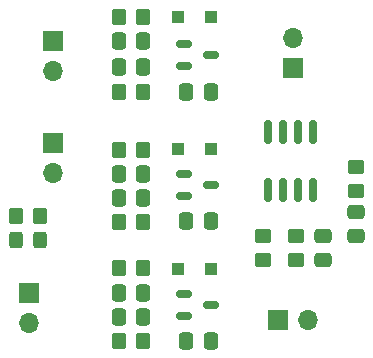
<source format=gbr>
%TF.GenerationSoftware,KiCad,Pcbnew,7.0.8-7.0.8~ubuntu22.04.1*%
%TF.CreationDate,2023-10-15T23:00:33+01:00*%
%TF.ProjectId,jfet-555-bypass,6a666574-2d35-4353-952d-627970617373,rev?*%
%TF.SameCoordinates,Original*%
%TF.FileFunction,Soldermask,Top*%
%TF.FilePolarity,Negative*%
%FSLAX46Y46*%
G04 Gerber Fmt 4.6, Leading zero omitted, Abs format (unit mm)*
G04 Created by KiCad (PCBNEW 7.0.8-7.0.8~ubuntu22.04.1) date 2023-10-15 23:00:33*
%MOMM*%
%LPD*%
G01*
G04 APERTURE LIST*
G04 Aperture macros list*
%AMRoundRect*
0 Rectangle with rounded corners*
0 $1 Rounding radius*
0 $2 $3 $4 $5 $6 $7 $8 $9 X,Y pos of 4 corners*
0 Add a 4 corners polygon primitive as box body*
4,1,4,$2,$3,$4,$5,$6,$7,$8,$9,$2,$3,0*
0 Add four circle primitives for the rounded corners*
1,1,$1+$1,$2,$3*
1,1,$1+$1,$4,$5*
1,1,$1+$1,$6,$7*
1,1,$1+$1,$8,$9*
0 Add four rect primitives between the rounded corners*
20,1,$1+$1,$2,$3,$4,$5,0*
20,1,$1+$1,$4,$5,$6,$7,0*
20,1,$1+$1,$6,$7,$8,$9,0*
20,1,$1+$1,$8,$9,$2,$3,0*%
G04 Aperture macros list end*
%ADD10R,1.700000X1.700000*%
%ADD11O,1.700000X1.700000*%
%ADD12RoundRect,0.150000X0.150000X-0.825000X0.150000X0.825000X-0.150000X0.825000X-0.150000X-0.825000X0*%
%ADD13RoundRect,0.250000X-0.337500X-0.475000X0.337500X-0.475000X0.337500X0.475000X-0.337500X0.475000X0*%
%ADD14RoundRect,0.250000X0.337500X0.475000X-0.337500X0.475000X-0.337500X-0.475000X0.337500X-0.475000X0*%
%ADD15RoundRect,0.250000X-0.475000X0.337500X-0.475000X-0.337500X0.475000X-0.337500X0.475000X0.337500X0*%
%ADD16RoundRect,0.250000X-0.450000X0.350000X-0.450000X-0.350000X0.450000X-0.350000X0.450000X0.350000X0*%
%ADD17RoundRect,0.150000X-0.512500X-0.150000X0.512500X-0.150000X0.512500X0.150000X-0.512500X0.150000X0*%
%ADD18RoundRect,0.250000X-0.300000X-0.300000X0.300000X-0.300000X0.300000X0.300000X-0.300000X0.300000X0*%
%ADD19RoundRect,0.250000X-0.350000X-0.450000X0.350000X-0.450000X0.350000X0.450000X-0.350000X0.450000X0*%
%ADD20RoundRect,0.250000X0.450000X-0.350000X0.450000X0.350000X-0.450000X0.350000X-0.450000X-0.350000X0*%
%ADD21RoundRect,0.250000X0.350000X0.450000X-0.350000X0.450000X-0.350000X-0.450000X0.350000X-0.450000X0*%
%ADD22RoundRect,0.250000X0.325000X0.450000X-0.325000X0.450000X-0.325000X-0.450000X0.325000X-0.450000X0*%
G04 APERTURE END LIST*
D10*
%TO.C,J6*%
X132080000Y-36830000D03*
D11*
X132080000Y-39370000D03*
%TD*%
D10*
%TO.C,J5*%
X132080000Y-28194000D03*
D11*
X132080000Y-30734000D03*
%TD*%
D12*
%TO.C,U1*%
X150241000Y-40834000D03*
X151511000Y-40834000D03*
X152781000Y-40834000D03*
X154051000Y-40834000D03*
X154051000Y-35884000D03*
X152781000Y-35884000D03*
X151511000Y-35884000D03*
X150241000Y-35884000D03*
%TD*%
D13*
%TO.C,C8*%
X139721500Y-49530000D03*
X137646500Y-49530000D03*
%TD*%
D11*
%TO.C,J4*%
X130048000Y-52065000D03*
D10*
X130048000Y-49525000D03*
%TD*%
%TO.C,J1*%
X151130000Y-51816000D03*
D11*
X153670000Y-51816000D03*
%TD*%
D14*
%TO.C,C9*%
X143361500Y-53594000D03*
X145436500Y-53594000D03*
%TD*%
%TO.C,C6*%
X145436500Y-32512000D03*
X143361500Y-32512000D03*
%TD*%
D15*
%TO.C,C14*%
X157734000Y-42655500D03*
X157734000Y-44730500D03*
%TD*%
D16*
%TO.C,R1*%
X157734000Y-38883000D03*
X157734000Y-40883000D03*
%TD*%
D17*
%TO.C,Q2*%
X143140000Y-28448000D03*
X143140000Y-30348000D03*
X145415000Y-29398000D03*
%TD*%
D13*
%TO.C,C3*%
X137635500Y-39436000D03*
X139710500Y-39436000D03*
%TD*%
D18*
%TO.C,D2*%
X142618000Y-26162000D03*
X145418000Y-26162000D03*
%TD*%
D14*
%TO.C,C7*%
X139721500Y-30414000D03*
X137646500Y-30414000D03*
%TD*%
%TO.C,C4*%
X139710500Y-41468000D03*
X137635500Y-41468000D03*
%TD*%
D19*
%TO.C,R8*%
X137684000Y-26162000D03*
X139684000Y-26162000D03*
%TD*%
D17*
%TO.C,Q3*%
X145409500Y-50546000D03*
X143134500Y-51496000D03*
X143134500Y-49596000D03*
%TD*%
D20*
%TO.C,R2*%
X149860000Y-46725000D03*
X149860000Y-44725000D03*
%TD*%
D19*
%TO.C,R9*%
X139673500Y-53594000D03*
X137673500Y-53594000D03*
%TD*%
%TO.C,R5*%
X137673000Y-43500000D03*
X139673000Y-43500000D03*
%TD*%
D18*
%TO.C,D1*%
X142618000Y-37338000D03*
X145418000Y-37338000D03*
%TD*%
D19*
%TO.C,R7*%
X137684000Y-32512000D03*
X139684000Y-32512000D03*
%TD*%
D21*
%TO.C,R10*%
X128930000Y-43053000D03*
X130930000Y-43053000D03*
%TD*%
D19*
%TO.C,R4*%
X137673000Y-37404000D03*
X139673000Y-37404000D03*
%TD*%
D10*
%TO.C,J3*%
X152400000Y-30480000D03*
D11*
X152400000Y-27940000D03*
%TD*%
D14*
%TO.C,C10*%
X137646500Y-51562000D03*
X139721500Y-51562000D03*
%TD*%
D19*
%TO.C,R6*%
X139673500Y-47432000D03*
X137673500Y-47432000D03*
%TD*%
D14*
%TO.C,C2*%
X145436500Y-43434000D03*
X143361500Y-43434000D03*
%TD*%
D20*
%TO.C,R3*%
X152654000Y-46725000D03*
X152654000Y-44725000D03*
%TD*%
D17*
%TO.C,Q1*%
X143134500Y-39436000D03*
X143134500Y-41336000D03*
X145409500Y-40386000D03*
%TD*%
D13*
%TO.C,C5*%
X137646500Y-28194000D03*
X139721500Y-28194000D03*
%TD*%
D15*
%TO.C,C1*%
X154940000Y-44687500D03*
X154940000Y-46762500D03*
%TD*%
D18*
%TO.C,D3*%
X145418000Y-47498000D03*
X142618000Y-47498000D03*
%TD*%
D22*
%TO.C,D4*%
X128905000Y-45085000D03*
X130955000Y-45085000D03*
%TD*%
M02*

</source>
